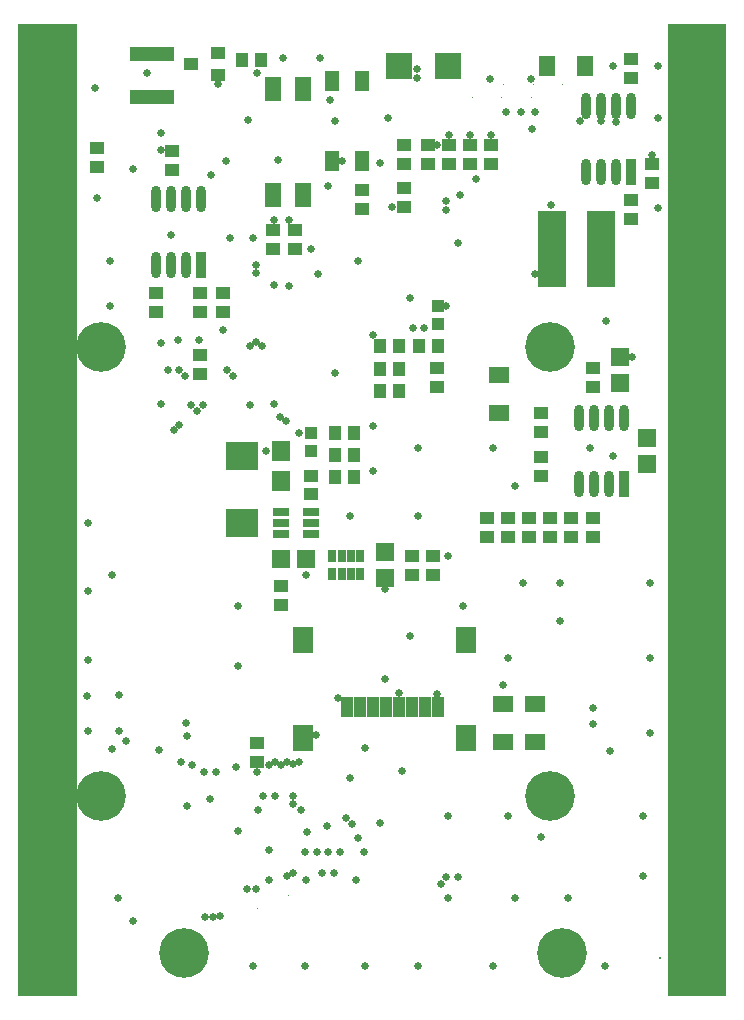
<source format=gbs>
%FSLAX44Y44*%
%MOMM*%
G71*
G01*
G75*
G04 Layer_Color=16711935*
%ADD10R,0.8000X1.5000*%
%ADD11R,1.5000X1.0000*%
%ADD12R,1.0160X0.8890*%
%ADD13R,0.3000X1.3500*%
%ADD14R,0.2500X1.3500*%
%ADD15R,3.0000X2.1000*%
%ADD16R,2.1000X0.8000*%
%ADD17R,2.1844X2.4130*%
%ADD18R,0.3000X1.1000*%
%ADD19R,0.8128X1.0668*%
%ADD20R,0.8000X1.6000*%
%ADD21R,2.1000X3.0000*%
%ADD22R,0.8000X2.1000*%
%ADD23R,1.2954X1.1938*%
%ADD24R,0.8890X1.0160*%
%ADD25R,0.7000X0.6000*%
%ADD26R,1.3970X1.3970*%
%ADD27C,0.6000*%
%ADD28C,0.2540*%
%ADD29C,0.5000*%
%ADD30C,1.0000*%
%ADD31C,0.0254*%
%ADD32C,0.0254*%
G04:AMPARAMS|DCode=33|XSize=4mm|YSize=4mm|CornerRadius=2mm|HoleSize=0mm|Usage=FLASHONLY|Rotation=0.000|XOffset=0mm|YOffset=0mm|HoleType=Round|Shape=RoundedRectangle|*
%AMROUNDEDRECTD33*
21,1,4.0000,0.0000,0,0,0.0*
21,1,0.0000,4.0000,0,0,0.0*
1,1,4.0000,0.0000,0.0000*
1,1,4.0000,0.0000,0.0000*
1,1,4.0000,0.0000,0.0000*
1,1,4.0000,0.0000,0.0000*
%
%ADD33ROUNDEDRECTD33*%
%ADD34C,0.4500*%
%ADD35R,0.8128X0.8128*%
%ADD36R,1.2700X0.5080*%
%ADD37R,0.5000X0.8000*%
%ADD38R,1.3970X1.3970*%
%ADD39R,0.8000X1.5000*%
%ADD40R,1.4500X2.0000*%
%ADD41R,0.6096X2.0320*%
%ADD42O,0.6096X2.0320*%
%ADD43R,1.2000X1.8000*%
%ADD44R,1.0000X1.6000*%
%ADD45R,2.0000X2.0000*%
%ADD46R,2.5000X2.2000*%
%ADD47R,1.2954X1.6002*%
%ADD48R,1.6000X1.2000*%
%ADD49R,1.0668X0.8128*%
%ADD50R,3.5000X1.0000*%
%ADD51R,1.2000X1.6000*%
%ADD52R,2.1500X6.3000*%
%ADD53C,0.8000*%
%ADD54C,0.1200*%
%ADD55C,0.1000*%
%ADD56C,0.1501*%
%ADD57C,0.1500*%
%ADD58C,0.1250*%
%ADD59C,0.2032*%
%ADD60R,1.0032X1.7032*%
%ADD61R,1.7032X1.2032*%
%ADD62R,1.2192X1.0922*%
%ADD63R,0.5032X1.5532*%
%ADD64R,0.4532X1.5532*%
%ADD65R,3.2032X2.3032*%
%ADD66R,2.3032X1.0032*%
%ADD67R,2.3876X2.6162*%
%ADD68R,0.5032X1.3032*%
%ADD69R,1.0160X1.2700*%
%ADD70R,1.0032X1.8032*%
%ADD71R,2.3032X3.2032*%
%ADD72R,1.0032X2.3032*%
%ADD73R,1.4986X1.3970*%
%ADD74R,1.0922X1.2192*%
%ADD75R,0.9032X0.8032*%
%ADD76R,1.6002X1.6002*%
%ADD77C,0.2286*%
G04:AMPARAMS|DCode=78|XSize=4.2032mm|YSize=4.2032mm|CornerRadius=2.1016mm|HoleSize=0mm|Usage=FLASHONLY|Rotation=0.000|XOffset=0mm|YOffset=0mm|HoleType=Round|Shape=RoundedRectangle|*
%AMROUNDEDRECTD78*
21,1,4.2032,0.0000,0,0,0.0*
21,1,0.0000,4.2032,0,0,0.0*
1,1,4.2032,0.0000,0.0000*
1,1,4.2032,0.0000,0.0000*
1,1,4.2032,0.0000,0.0000*
1,1,4.2032,0.0000,0.0000*
%
%ADD78ROUNDEDRECTD78*%
%ADD79C,0.6532*%
%ADD80R,1.0160X1.0160*%
%ADD81R,1.4732X0.7112*%
%ADD82R,0.7032X1.0032*%
%ADD83R,1.6002X1.6002*%
%ADD84R,1.0032X1.7032*%
%ADD85R,1.6532X2.2032*%
%ADD86R,0.8128X2.2352*%
%ADD87O,0.8128X2.2352*%
%ADD88R,1.4032X2.0032*%
%ADD89R,1.2032X1.8032*%
%ADD90R,2.2032X2.2032*%
%ADD91R,2.7032X2.4032*%
%ADD92R,1.4986X1.8034*%
%ADD93R,1.8032X1.4032*%
%ADD94R,1.2700X1.0160*%
%ADD95R,3.7032X1.2032*%
%ADD96R,1.4032X1.8032*%
%ADD97R,2.3532X6.5032*%
G36*
X-250704Y-6350D02*
X-300476D01*
Y816610D01*
X-250704D01*
Y-6350D01*
D02*
G37*
G36*
X299292D02*
X250308D01*
Y816610D01*
X299292D01*
Y-6350D01*
D02*
G37*
D31*
X-71250Y78600D02*
X-71243D01*
X-97750Y68000D02*
X-97743D01*
X160473Y765320D02*
X160480D01*
X133973Y754720D02*
X133980D01*
X135473Y765320D02*
X135480D01*
X110473D02*
X110480D01*
X83973Y754720D02*
X83980D01*
X108973D02*
X108980D01*
X135473Y765320D02*
X135480D01*
D62*
X-183810Y588391D02*
D03*
Y572389D02*
D03*
X-8890Y676021D02*
D03*
Y660019D02*
D03*
X-66040Y625729D02*
D03*
Y641731D02*
D03*
X54610Y524971D02*
D03*
Y508969D02*
D03*
X26670Y677291D02*
D03*
Y661289D02*
D03*
X-77470Y324739D02*
D03*
Y340741D02*
D03*
X-51770Y434021D02*
D03*
Y418019D02*
D03*
X132080Y381889D02*
D03*
Y397891D02*
D03*
X149860Y381889D02*
D03*
Y397891D02*
D03*
X167640Y381889D02*
D03*
Y397891D02*
D03*
X142240Y433959D02*
D03*
Y449961D02*
D03*
X26670Y714121D02*
D03*
Y698119D02*
D03*
X46990Y714121D02*
D03*
Y698119D02*
D03*
X218440Y651129D02*
D03*
Y667131D02*
D03*
X236220Y681609D02*
D03*
Y697611D02*
D03*
X218780Y786511D02*
D03*
Y770509D02*
D03*
X-233680Y695579D02*
D03*
Y711581D02*
D03*
X-97790Y191389D02*
D03*
Y207391D02*
D03*
X64770Y714121D02*
D03*
Y698119D02*
D03*
X100330Y714121D02*
D03*
Y698119D02*
D03*
X82550Y714121D02*
D03*
Y698119D02*
D03*
X33020Y350139D02*
D03*
Y366141D02*
D03*
X50800Y350139D02*
D03*
Y366141D02*
D03*
X-127000Y588391D02*
D03*
Y572389D02*
D03*
X-146050D02*
D03*
Y588391D02*
D03*
X186690Y381889D02*
D03*
Y397891D02*
D03*
Y524891D02*
D03*
Y508889D02*
D03*
X114300Y381889D02*
D03*
Y397891D02*
D03*
X96520Y397730D02*
D03*
Y381728D02*
D03*
X142240Y486791D02*
D03*
Y470789D02*
D03*
X-84470Y641731D02*
D03*
Y625729D02*
D03*
X-170180Y693039D02*
D03*
Y709041D02*
D03*
X-146050Y536321D02*
D03*
Y520319D02*
D03*
D74*
X21971Y543640D02*
D03*
X5969D02*
D03*
X38989D02*
D03*
X54991D02*
D03*
X5969Y505540D02*
D03*
X21971D02*
D03*
X-110871Y785940D02*
D03*
X-94869D02*
D03*
X21971Y524590D02*
D03*
X5969D02*
D03*
X-15829Y451420D02*
D03*
X-31831D02*
D03*
X-16129Y433070D02*
D03*
X-32131D02*
D03*
X-15829Y470470D02*
D03*
X-31831D02*
D03*
D76*
X-77756Y363220D02*
D03*
X-56166D02*
D03*
D77*
X265800Y25630D02*
D03*
X243600D02*
D03*
D78*
X-230000Y543060D02*
D03*
X150000D02*
D03*
Y163060D02*
D03*
X-230000D02*
D03*
X160000Y30000D02*
D03*
X-160000D02*
D03*
D79*
X62230Y659130D02*
D03*
Y666190D02*
D03*
X-203200Y693420D02*
D03*
X-178750Y724112D02*
D03*
X37500Y778510D02*
D03*
X37730Y770890D02*
D03*
X-19050Y177800D02*
D03*
X6350Y139495D02*
D03*
X63500Y76200D02*
D03*
X120825D02*
D03*
X165100D02*
D03*
X25223Y184150D02*
D03*
X-6350Y203523D02*
D03*
X228600Y95243D02*
D03*
Y145755D02*
D03*
X63767Y146179D02*
D03*
X114729Y146050D02*
D03*
X234950Y342900D02*
D03*
X158750Y311150D02*
D03*
Y342900D02*
D03*
X127000D02*
D03*
X203200Y450850D02*
D03*
X184150Y457200D02*
D03*
X120619Y425450D02*
D03*
X101600Y457018D02*
D03*
X0Y438150D02*
D03*
Y476250D02*
D03*
X38100Y457200D02*
D03*
Y400050D02*
D03*
X-19050D02*
D03*
X197644Y565150D02*
D03*
X241300Y660400D02*
D03*
Y736417D02*
D03*
Y781050D02*
D03*
X203228D02*
D03*
X134080Y769620D02*
D03*
X99060D02*
D03*
X-234956Y762000D02*
D03*
X-190812Y774700D02*
D03*
X-44450Y787696D02*
D03*
X-76200Y787400D02*
D03*
X6350Y698500D02*
D03*
X12700Y736600D02*
D03*
X73660Y671830D02*
D03*
X87730Y685380D02*
D03*
X-241300Y217964D02*
D03*
X-241507Y247650D02*
D03*
X-241300Y278130D02*
D03*
Y336550D02*
D03*
Y393700D02*
D03*
X234950Y215906D02*
D03*
Y279324D02*
D03*
X114300Y279400D02*
D03*
X76200Y323850D02*
D03*
X31750Y298450D02*
D03*
X-114300Y323850D02*
D03*
Y273050D02*
D03*
X-214630Y248160D02*
D03*
Y217710D02*
D03*
X-115570Y187484D02*
D03*
X-114300Y133350D02*
D03*
X-38282Y137615D02*
D03*
X-87500Y91733D02*
D03*
X-56252D02*
D03*
X-13970D02*
D03*
X196850Y19050D02*
D03*
X101600D02*
D03*
X38100D02*
D03*
X-6350D02*
D03*
X-57150D02*
D03*
X-101600D02*
D03*
X57500Y87980D02*
D03*
X62491Y94002D02*
D03*
X-142128Y60308D02*
D03*
X-135325Y60578D02*
D03*
X-128905Y60960D02*
D03*
X142780Y127920D02*
D03*
X-106680Y83820D02*
D03*
X-99125D02*
D03*
X-215900Y76454D02*
D03*
X-203200Y57150D02*
D03*
X-222250Y577850D02*
D03*
Y615950D02*
D03*
X-120650Y635000D02*
D03*
X-101621D02*
D03*
X-38177Y679450D02*
D03*
X-12700Y615950D02*
D03*
X31750Y584200D02*
D03*
X0Y552652D02*
D03*
X-31750Y520700D02*
D03*
X63500Y365760D02*
D03*
X186690Y224011D02*
D03*
Y237490D02*
D03*
X-103500Y543640D02*
D03*
X-118500Y518160D02*
D03*
X-123500Y523240D02*
D03*
X200660Y200660D02*
D03*
X-163500Y476580D02*
D03*
X-148500Y488950D02*
D03*
X-153500Y494030D02*
D03*
X-178750Y494760D02*
D03*
X-158500Y518160D02*
D03*
X-163500Y523240D02*
D03*
X-162560Y191770D02*
D03*
X-87630Y189200D02*
D03*
X-77470D02*
D03*
X-37500Y115570D02*
D03*
X-72500Y191770D02*
D03*
X-32050Y734360D02*
D03*
X-35820Y751580D02*
D03*
X125230Y741680D02*
D03*
X16129Y661289D02*
D03*
X100330Y722630D02*
D03*
X82550D02*
D03*
X64770D02*
D03*
X72500Y94090D02*
D03*
X-180600Y201810D02*
D03*
X-168500Y472440D02*
D03*
X-80010Y701040D02*
D03*
X-25690Y700060D02*
D03*
X-52451Y625729D02*
D03*
X-70549Y650240D02*
D03*
X-103500Y494030D02*
D03*
X-83500Y494350D02*
D03*
X-157500Y213360D02*
D03*
X-46069Y604869D02*
D03*
X-130810Y765810D02*
D03*
X-70549Y594360D02*
D03*
X-83820Y650240D02*
D03*
Y595010D02*
D03*
X-173500Y523240D02*
D03*
X-62730Y470470D02*
D03*
X-90170Y454660D02*
D03*
X22080Y249770D02*
D03*
X-29210Y245650D02*
D03*
X54610Y248920D02*
D03*
X-142500Y182880D02*
D03*
X-137500Y160020D02*
D03*
X-132500Y182880D02*
D03*
X-208850Y209550D02*
D03*
X-137160Y688721D02*
D03*
X-124460Y700060D02*
D03*
X-233680Y669290D02*
D03*
X-105310Y735430D02*
D03*
X-97790Y774700D02*
D03*
X62230Y577930D02*
D03*
X-157900Y224790D02*
D03*
X-152500Y189230D02*
D03*
X137730Y741680D02*
D03*
X43529Y558880D02*
D03*
X34290D02*
D03*
X112730Y741680D02*
D03*
X72500Y631190D02*
D03*
X135350Y727470D02*
D03*
X175730Y734060D02*
D03*
X193381D02*
D03*
X236220Y705739D02*
D03*
X206080Y733719D02*
D03*
X219710Y534035D02*
D03*
X10160Y337820D02*
D03*
Y261620D02*
D03*
X110490Y256540D02*
D03*
X-7500Y115570D02*
D03*
X-12500Y127000D02*
D03*
X-22500Y144480D02*
D03*
X-17500Y139425D02*
D03*
X-62500Y191770D02*
D03*
X-67500Y189480D02*
D03*
X-82500Y191770D02*
D03*
Y162560D02*
D03*
X-67500Y156210D02*
D03*
X-57500Y115570D02*
D03*
X-47491D02*
D03*
X-55152Y132551D02*
D03*
X-92710Y162560D02*
D03*
X-97250Y151130D02*
D03*
X-67500Y97600D02*
D03*
X-72500Y94630D02*
D03*
X-42500Y97600D02*
D03*
X-32500D02*
D03*
X-67500Y162560D02*
D03*
X-60960Y151130D02*
D03*
X-27500Y115487D02*
D03*
X-48260Y214630D02*
D03*
X-87500Y117210D02*
D03*
X-147230Y548550D02*
D03*
X-127000Y557530D02*
D03*
X-93500Y543640D02*
D03*
X-99060Y612140D02*
D03*
X-98500Y547290D02*
D03*
X-99095Y605755D02*
D03*
X-171110Y637540D02*
D03*
X-179070Y709930D02*
D03*
X-165091Y548649D02*
D03*
X54800Y714311D02*
D03*
X151130Y662940D02*
D03*
X-157480Y154665D02*
D03*
X-97500Y182880D02*
D03*
X-220980Y202819D02*
D03*
X-178750Y546619D02*
D03*
X-56166Y350193D02*
D03*
X-220653D02*
D03*
X137730Y604869D02*
D03*
X-143510Y494030D02*
D03*
X-78500Y483880D02*
D03*
X-73500Y480220D02*
D03*
D80*
X54990Y577850D02*
D03*
Y562610D02*
D03*
X-51770Y455230D02*
D03*
Y470470D02*
D03*
D81*
Y384200D02*
D03*
Y393700D02*
D03*
Y403200D02*
D03*
X-77770D02*
D03*
Y393700D02*
D03*
Y384200D02*
D03*
D82*
X-34193Y350490D02*
D03*
X-34637Y365520D02*
D03*
X-26290Y350520D02*
D03*
Y365520D02*
D03*
X-18290Y350520D02*
D03*
Y365520D02*
D03*
X-10290Y350520D02*
D03*
Y365520D02*
D03*
D83*
X10160Y368935D02*
D03*
Y347345D02*
D03*
X209550Y512445D02*
D03*
Y534035D02*
D03*
X232410Y465455D02*
D03*
Y443865D02*
D03*
D84*
X-22010Y238090D02*
D03*
X-11010D02*
D03*
X-10D02*
D03*
X10990D02*
D03*
X21990D02*
D03*
X32990D02*
D03*
X43990D02*
D03*
X54990D02*
D03*
D85*
X-58760Y295090D02*
D03*
Y212090D02*
D03*
X78740Y295090D02*
D03*
Y212090D02*
D03*
D86*
X212430Y426860D02*
D03*
X218780Y691020D02*
D03*
X-145709Y612280D02*
D03*
D87*
X199730Y426860D02*
D03*
X187031D02*
D03*
X174331D02*
D03*
Y482740D02*
D03*
X187031D02*
D03*
X199730D02*
D03*
X212430D02*
D03*
X206080Y691020D02*
D03*
X193381D02*
D03*
X180681D02*
D03*
Y746900D02*
D03*
X193381D02*
D03*
X206080D02*
D03*
X218780D02*
D03*
X-158410Y612280D02*
D03*
X-171110D02*
D03*
X-183810D02*
D03*
Y668160D02*
D03*
X-171110D02*
D03*
X-158410D02*
D03*
X-145709D02*
D03*
D88*
X-84470Y761340D02*
D03*
X-59070D02*
D03*
Y671340D02*
D03*
X-84470D02*
D03*
D89*
X-8890Y768060D02*
D03*
X-34290D02*
D03*
Y700060D02*
D03*
X-8890D02*
D03*
D90*
X64180Y781050D02*
D03*
X22180D02*
D03*
D91*
X-110490Y450700D02*
D03*
Y393700D02*
D03*
D92*
X-77470Y454660D02*
D03*
Y429260D02*
D03*
D93*
X137730Y208790D02*
D03*
Y240790D02*
D03*
X110490Y208790D02*
D03*
Y240790D02*
D03*
X106680Y518920D02*
D03*
Y486920D02*
D03*
D94*
X-153632Y782371D02*
D03*
X-130696Y772833D02*
D03*
Y791908D02*
D03*
D95*
X-186690Y790639D02*
D03*
Y754639D02*
D03*
D96*
X147830Y781050D02*
D03*
X179830D02*
D03*
D97*
X193470Y625729D02*
D03*
X151970D02*
D03*
M02*

</source>
